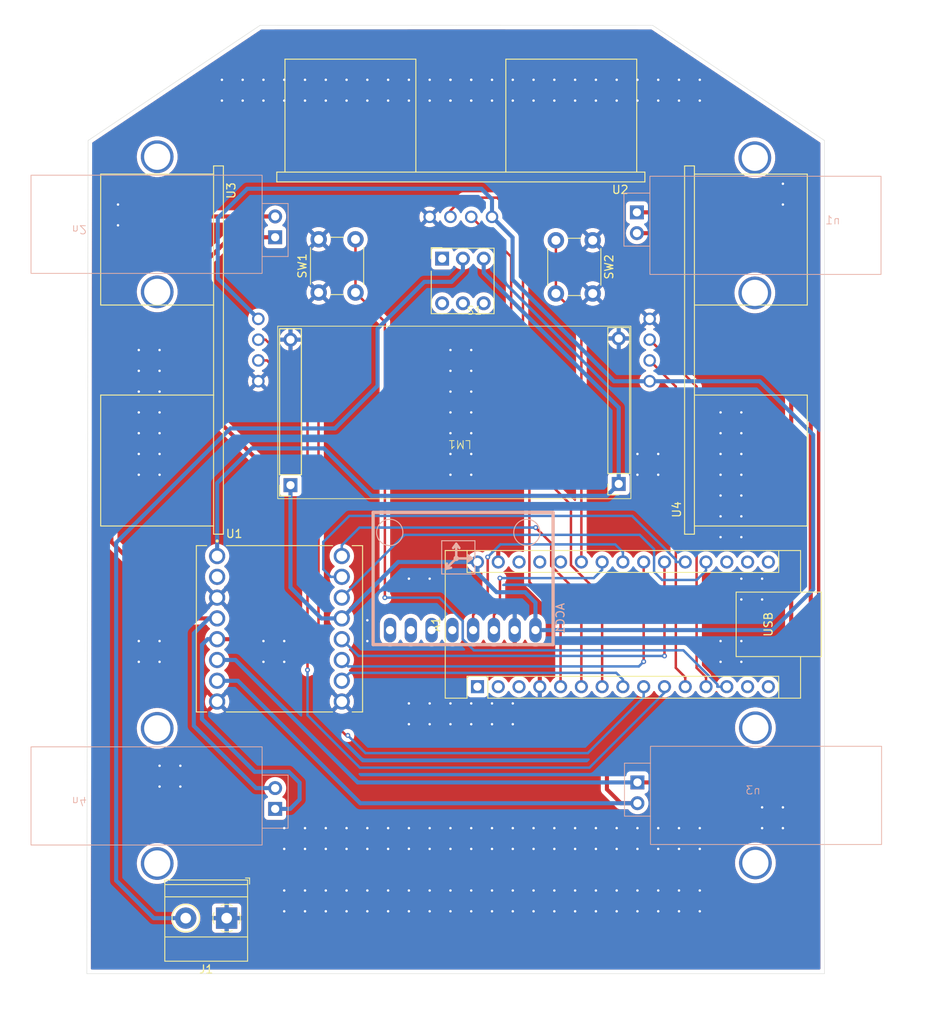
<source format=kicad_pcb>
(kicad_pcb (version 20240108) (generator "pcbnew") (generator_version "8.0")
  (layers (0 "F.Cu" signal) (31 "B.Cu" signal) (34 "B.Paste" user) (35 "F.Paste" user) (36 "B.SilkS" user "B.Silkscreen") (37 "F.SilkS" user "F.Silkscreen") (38 "B.Mask" user) (39 "F.Mask" user) (44 "Edge.Cuts" user))
  (net 0 "")
  (net 17 "GND")
  (net 18 "+5V")
  (net 23 "+12V")
  (net 32 "VDD")
  (net 33 "B02")
  (net 34 "B01")
  (net 35 "A02")
  (net 36 "A01")
  (net 37 "D3")
  (net 38 "SDA")
  (net 39 "SCL")
  (net 40 "D5")
  (net 41 "D8")
  (net 42 "D4")
  (net 43 "D2")
  (net 44 "D7")
  (net 45 "D6")
  (net 46 "D9")
  (net 47 "A6")
  (net 48 "A2")
  (net 49 "A1")
  (net 50 "A3")
  (net 51 "D10")
  (net 52 "A0")
  (footprint "Add_button_memory:SW_6 pins 8.5×8.5MM" (layer "F.Cu") (at 151.444 72.985)
    (property "Reference" "S1")
    (property "Value" "TL2230OAF140")
  )
  (footprint "Button_Switch_THT:SW_PUSH_6mm_H9.5mm" (layer "F.Cu") (at 133.75 74.25 90)
    (property "Reference" "SW1")
    (property "Value" "SW_Push")
  )
  (footprint "HC-SR04:XCVR_HC-SR04" (layer "F.Cu") (at 174.2122 81.28 90)
    (property "Reference" "U4")
    (property "Value" "HC-SR04")
  )
  (footprint "Button_Switch_THT:SW_PUSH_6mm_H9.5mm" (layer "F.Cu") (at 167.25 67.87 -90)
    (property "Reference" "SW2")
    (property "Value" "SW_Push")
  )
  (footprint "Module:Arduino_Nano" (layer "F.Cu") (at 153.162 122.418 90)
    (property "Reference" "A1")
    (property "Value" "Arduino_Nano_Every")
  )
  (footprint "HC-SR04:XCVR_HC-SR04" (layer "F.Cu") (at 151.13 65.005 180)
    (property "Reference" "U2")
    (property "Value" "HC-SR04")
  )
  (footprint "tb6612:MODULE_ROB-14450" (layer "F.Cu") (at 128.9558 115.3414)
    (property "Reference" "U1")
    (property "Value" "ROB-14450")
  )
  (footprint "HC-SR04:XCVR_HC-SR04" (layer "F.Cu") (at 126.3714 81.28 -90)
    (property "Reference" "U3")
    (property "Value" "HC-SR04")
  )
  (footprint "TerminalBlock_Phoenix:TerminalBlock_Phoenix_MKDS-1,5-2_1x02_P5.00mm_Horizontal" (layer "F.Cu") (at 122.5 150.695 180)
    (property "Reference" "J1")
    (property "Value" "Screw_Terminal_01x02")
  )
  (footprint "Library:Lm2596" (layer "F.Cu") (at 151 92.301 180)
    (property "Reference" "LM1")
    (property "Value" "~")
  )
  (footprint "Library:n20" (layer "B.Cu") (at 104.487 66.04)
    (property "Reference" "n2")
    (property "Value" "~")
  )
  (footprint "Library:n20" (layer "B.Cu") (at 196.663 135.569 180)
    (property "Reference" "n3")
    (property "Value" "~")
  )
  (footprint "Library:n20" (layer "B.Cu") (at 196.596 65.913 180)
    (property "Reference" "n1")
    (property "Value" "~")
  )
  (footprint "Library:n20" (layer "B.Cu") (at 104.487 135.89)
    (property "Reference" "n4")
    (property "Value" "~")
  )
  (footprint "GY-521:GY-521" (layer "B.Cu") (at 140.4074 117.2716 90)
    (property "Reference" "ACC1")
    (property "Value" "GY-521")
  )
  (gr_line (start 174.579999 41.605445) (end 195.58 55.6768) (stroke (width 0.05)) (layer "Edge.Cuts"))
  (gr_line (start 105.406629 157.479942) (end 195.58 157.480058) (stroke (width 0.05)) (layer "Edge.Cuts"))
  (gr_line (start 195.58 55.6768) (end 195.58 157.480058) (stroke (width 0.05)) (layer "Edge.Cuts"))
  (gr_line (start 150.58 41.6) (end 174.579999 41.605445) (stroke (width 0.05)) (layer "Edge.Cuts"))
  (gr_line (start 105.5624 55.6768) (end 105.406629 157.479942) (stroke (width 0.05)) (layer "Edge.Cuts"))
  (gr_line (start 126.580001 41.605445) (end 105.5624 55.6768) (stroke (width 0.05)) (layer "Edge.Cuts"))
  (gr_line (start 150.58 41.6) (end 126.580001 41.605445) (stroke (width 0.05)) (layer "Edge.Cuts"))
  (segment (start 130.305 80.011) (end 130.305 78.8093) (width 0.3) (layer "F.Cu") (net 17))
  (via (at 152.4 149.86) (size 0.6) (drill 0.3) (layers "F.Cu" "B.Cu") (net 17))
  (via (at 170.18 142.24) (size 0.6) (drill 0.3) (layers "F.Cu" "B.Cu") (net 17))
  (via (at 177.8 50.8) (size 0.6) (drill 0.3) (layers "F.Cu" "B.Cu") (net 17))
  (via (at 142.24 50.8) (size 0.6) (drill 0.3) (layers "F.Cu" "B.Cu") (net 17))
  (via (at 144.78 124.46) (size 0.6) (drill 0.3) (layers "F.Cu" "B.Cu") (net 17))
  (via (at 185.42 91.44) (size 0.6) (drill 0.3) (layers "F.Cu" "B.Cu") (net 17))
  (via (at 144.78 127) (size 0.6) (drill 0.3) (layers "F.Cu" "B.Cu") (net 17))
  (via (at 185.42 93.98) (size 0.6) (drill 0.3) (layers "F.Cu" "B.Cu") (net 17))
  (via (at 167.64 147.32) (size 0.6) (drill 0.3) (layers "F.Cu" "B.Cu") (net 17))
  (via (at 127 50.8) (size 0.6) (drill 0.3) (layers "F.Cu" "B.Cu") (net 17))
  (via (at 114.3 116.84) (size 0.6) (drill 0.3) (layers "F.Cu" "B.Cu") (net 17))
  (via (at 182.88 88.9) (size 0.6) (drill 0.3) (layers "F.Cu" "B.Cu") (net 17))
  (via (at 177.8 147.32) (size 0.6) (drill 0.3) (layers "F.Cu" "B.Cu") (net 17))
  (via (at 177.8 142.24) (size 0.6) (drill 0.3) (layers "F.Cu" "B.Cu") (net 17))
  (via (at 114.3 86.36) (size 0.6) (drill 0.3) (layers "F.Cu" "B.Cu") (net 17))
  (via (at 121.92 48.26) (size 0.6) (drill 0.3) (layers "F.Cu" "B.Cu") (net 17))
  (via (at 114.3 88.9) (size 0.6) (drill 0.3) (layers "F.Cu" "B.Cu") (net 17))
  (via (at 149.86 88.9) (size 0.6) (drill 0.3) (layers "F.Cu" "B.Cu") (net 17))
  (via (at 111.76 119.38) (size 0.6) (drill 0.3) (layers "F.Cu" "B.Cu") (net 17))
  (via (at 152.4 50.8) (size 0.6) (drill 0.3) (layers "F.Cu" "B.Cu") (net 17))
  (via (at 111.76 83.82) (size 0.6) (drill 0.3) (layers "F.Cu" "B.Cu") (net 17))
  (via (at 154.94 139.7) (size 0.6) (drill 0.3) (layers "F.Cu" "B.Cu") (net 17))
  (via (at 175.26 96.52) (size 0.6) (drill 0.3) (layers "F.Cu" "B.Cu") (net 17))
  (via (at 147.32 147.32) (size 0.6) (drill 0.3) (layers "F.Cu" "B.Cu") (net 17))
  (via (at 175.26 149.86) (size 0.6) (drill 0.3) (layers "F.Cu" "B.Cu") (net 17))
  (via (at 157.48 147.32) (size 0.6) (drill 0.3) (layers "F.Cu" "B.Cu") (net 17))
  (via (at 157.48 127) (size 0.6) (drill 0.3) (layers "F.Cu" "B.Cu") (net 17))
  (via (at 121.92 50.8) (size 0.6) (drill 0.3) (layers "F.Cu" "B.Cu") (net 17))
  (via (at 139.7 48.26) (size 0.6) (drill 0.3) (layers "F.Cu" "B.Cu") (net 17))
  (via (at 139.7 114.3) (size 0.6) (drill 0.3) (layers "F.Cu" "B.Cu") (net 17))
  (via (at 185.42 99.06) (size 0.6) (drill 0.3) (layers "F.Cu" "B.Cu") (net 17))
  (via (at 165.1 142.24) (size 0.6) (drill 0.3) (layers "F.Cu" "B.Cu") (net 17))
  (via (at 114.3 81.28) (size 0.6) (drill 0.3) (layers "F.Cu" "B.Cu") (net 17))
  (via (at 132.08 142.24) (size 0.6) (drill 0.3) (layers "F.Cu" "B.Cu") (net 17))
  (via (at 187.96 139.7) (size 0.6) (drill 0.3) (layers "F.Cu" "B.Cu") (net 17))
  (via (at 180.34 139.7) (size 0.6) (drill 0.3) (layers "F.Cu" "B.Cu") (net 17))
  (via (at 139.7 116.84) (size 0.6) (drill 0.3) (layers "F.Cu" "B.Cu") (net 17))
  (via (at 160.02 50.8) (size 0.6) (drill 0.3) (layers "F.Cu" "B.Cu") (net 17))
  (via (at 137.16 50.8) (size 0.6) (drill 0.3) (layers "F.Cu" "B.Cu") (net 17))
  (via (at 116.84 132.08) (size 0.6) (drill 0.3) (layers "F.Cu" "B.Cu") (net 17))
  (via (at 129.54 48.26) (size 0.6) (drill 0.3) (layers "F.Cu" "B.Cu") (net 17))
  (via (at 167.64 149.86) (size 0.6) (drill 0.3) (layers "F.Cu" "B.Cu") (net 17))
  (via (at 187.96 111.76) (size 0.6) (drill 0.3) (layers "F.Cu" "B.Cu") (net 17))
  (via (at 147.32 142.24) (size 0.6) (drill 0.3) (layers "F.Cu" "B.Cu") (net 17))
  (via (at 152.4 142.24) (size 0.6) (drill 0.3) (layers "F.Cu" "B.Cu") (net 17))
  (via (at 147.32 127) (size 0.6) (drill 0.3) (layers "F.Cu" "B.Cu") (net 17))
  (via (at 154.94 50.8) (size 0.6) (drill 0.3) (layers "F.Cu" "B.Cu") (net 17))
  (via (at 165.1 50.8) (size 0.6) (drill 0.3) (layers "F.Cu" "B.Cu") (net 17))
  (via (at 132.08 139.7) (size 0.6) (drill 0.3) (layers "F.Cu" "B.Cu") (net 17))
  (via (at 134.62 142.24) (size 0.6) (drill 0.3) (layers "F.Cu" "B.Cu") (net 17))
  (via (at 129.54 142.24) (size 0.6) (drill 0.3) (layers "F.Cu" "B.Cu") (net 17))
  (via (at 154.94 149.86) (size 0.6) (drill 0.3) (layers "F.Cu" "B.Cu") (net 17))
  (via (at 139.7 147.32) (size 0.6) (drill 0.3) (layers "F.Cu" "B.Cu") (net 17))
  (via (at 152.4 127) (size 0.6) (drill 0.3) (layers "F.Cu" "B.Cu") (net 17))
  (via (at 180.34 142.24) (size 0.6) (drill 0.3) (layers "F.Cu" "B.Cu") (net 17))
  (via (at 147.32 124.46) (size 0.6) (drill 0.3) (layers "F.Cu" "B.Cu") (net 17))
  (via (at 149.86 86.36) (size 0.6) (drill 0.3) (layers "F.Cu" "B.Cu") (net 17))
  (via (at 185.42 88.9) (size 0.6) (drill 0.3) (layers "F.Cu" "B.Cu") (net 17))
  (via (at 124.46 50.8) (size 0.6) (drill 0.3) (layers "F.Cu" "B.Cu") (net 17))
  (via (at 175.26 147.32) (size 0.6) (drill 0.3) (layers "F.Cu" "B.Cu") (net 17))
  (via (at 175.26 50.8) (size 0.6) (drill 0.3) (layers "F.Cu" "B.Cu") (net 17))
  (via (at 162.56 48.26) (size 0.6) (drill 0.3) (layers "F.Cu" "B.Cu") (net 17))
  (via (at 160.02 48.26) (size 0.6) (drill 0.3) (layers "F.Cu" "B.Cu") (net 17))
  (via (at 129.54 149.86) (size 0.6) (drill 0.3) (layers "F.Cu" "B.Cu") (net 17))
  (via (at 172.72 96.52) (size 0.6) (drill 0.3) (layers "F.Cu" "B.Cu") (net 17))
  (via (at 182.88 119.38) (size 0.6) (drill 0.3) (layers "F.Cu" "B.Cu") (net 17))
  (via (at 147.32 149.86) (size 0.6) (drill 0.3) (layers "F.Cu" "B.Cu") (net 17))
  (via (at 149.86 147.32) (size 0.6) (drill 0.3) (layers "F.Cu" "B.Cu") (net 17))
  (via (at 137.16 149.86) (size 0.6) (drill 0.3) (layers "F.Cu" "B.Cu") (net 17))
  (via (at 154.94 124.46) (size 0.6) (drill 0.3) (layers "F.Cu" "B.Cu") (net 17))
  (via (at 129.54 147.32) (size 0.6) (drill 0.3) (layers "F.Cu" "B.Cu") (net 17))
  (via (at 160.02 149.86) (size 0.6) (drill 0.3) (layers "F.Cu" "B.Cu") (net 17))
  (via (at 160.02 147.32) (size 0.6) (drill 0.3) (layers "F.Cu" "B.Cu") (net 17))
  (via (at 165.1 149.86) (size 0.6) (drill 0.3) (layers "F.Cu" "B.Cu") (net 17))
  (via (at 116.84 134.62) (size 0.6) (drill 0.3) (layers "F.Cu" "B.Cu") (net 17))
  (via (at 154.94 147.32) (size 0.6) (drill 0.3) (layers "F.Cu" "B.Cu") (net 17))
  (via (at 149.86 50.8) (size 0.6) (drill 0.3) (layers "F.Cu" "B.Cu") (net 17))
  (via (at 144.78 109.22) (size 0.6) (drill 0.3) (layers "F.Cu" "B.Cu") (net 17))
  (via (at 114.3 83.82) (size 0.6) (drill 0.3) (layers "F.Cu" "B.Cu") (net 17))
  (via (at 170.18 149.86) (size 0.6) (drill 0.3) (layers "F.Cu" "B.Cu") (net 17))
  (via (at 162.56 147.32) (size 0.6) (drill 0.3) (layers "F.Cu" "B.Cu") (net 17))
  (via (at 132.08 50.8) (size 0.6) (drill 0.3) (layers "F.Cu" "B.Cu") (net 17))
  (via (at 157.48 139.7) (size 0.6) (drill 0.3) (layers "F.Cu" "B.Cu") (net 17))
  (via (at 157.48 124.46) (size 0.6) (drill 0.3) (layers "F.Cu" "B.Cu") (net 17))
  (via (at 185.42 111.76) (size 0.6) (drill 0.3) (layers "F.Cu" "B.Cu") (net 17))
  (via (at 132.08 149.86) (size 0.6) (drill 0.3) (layers "F.Cu" "B.Cu") (net 17))
  (via (at 134.62 147.32) (size 0.6) (drill 0.3) (layers "F.Cu" "B.Cu") (net 17))
  (via (at 134.62 48.26) (size 0.6) (drill 0.3) (layers "F.Cu" "B.Cu") (net 17))
  (via (at 185.42 104.14) (size 0.6) (drill 0.3) (layers "F.Cu" "B.Cu") (net 17))
  (via (at 142.24 142.24) (size 0.6) (drill 0.3) (layers "F.Cu" "B.Cu") (net 17))
  (via (at 152.4 48.26) (size 0.6) (drill 0.3) (layers "F.Cu" "B.Cu") (net 17))
  (via (at 149.86 81.28) (size 0.6) (drill 0.3) (layers "F.Cu" "B.Cu") (net 17))
  (via (at 175.26 139.7) (size 0.6) (drill 0.3) (layers "F.Cu" "B.Cu") (net 17))
  (via (at 160.02 142.24) (size 0.6) (drill 0.3) (layers "F.Cu" "B.Cu") (net 17))
  (via (at 111.76 93.98) (size 0.6) (drill 0.3) (layers "F.Cu" "B.Cu") (net 17))
  (via (at 167.64 50.8) (size 0.6) (drill 0.3) (layers "F.Cu" "B.Cu") (net 17))
  (via (at 137.16 142.24) (size 0.6) (drill 0.3) (layers "F.Cu" "B.Cu") (net 17))
  (via (at 162.56 149.86) (size 0.6) (drill 0.3) (layers "F.Cu" "B.Cu") (net 17))
  (via (at 134.62 139.7) (size 0.6) (drill 0.3) (layers "F.Cu" "B.Cu") (net 17))
  (via (at 182.88 104.14) (size 0.6) (drill 0.3) (layers "F.Cu" "B.Cu") (net 17))
  (via (at 129.54 139.7) (size 0.6) (drill 0.3) (layers "F.Cu" "B.Cu") (net 17))
  (via (at 129.54 116.84) (size 0.6) (drill 0.3) (layers "F.Cu" "B.Cu") (net 17))
  (via (at 111.76 81.28) (size 0.6) (drill 0.3) (layers "F.Cu" "B.Cu") (net 17))
  (via (at 170.18 48.26) (size 0.6) (drill 0.3) (layers "F.Cu" "B.Cu") (net 17))
  (via (at 149.86 96.52) (size 0.6) (drill 0.3) (layers "F.Cu" "B.Cu") (net 17))
  (via (at 114.3 91.44) (size 0.6) (drill 0.3) (layers "F.Cu" "B.Cu") (net 17))
  (via (at 149.86 83.82) (size 0.6) (drill 0.3) (layers "F.Cu" "B.Cu") (net 17))
  (via (at 154.94 48.26) (size 0.6) (drill 0.3) (layers "F.Cu" "B.Cu") (net 17))
  (via (at 111.76 86.36) (size 0.6) (drill 0.3) (layers "F.Cu" "B.Cu") (net 17))
  (via (at 152.4 88.9) (size 0.6) (drill 0.3) (layers "F.Cu" "B.Cu") (net 17))
  (via (at 180.34 50.8) (size 0.6) (drill 0.3) (layers "F.Cu" "B.Cu") (net 17))
  (via (at 182.88 101.6) (size 0.6) (drill 0.3) (layers "F.Cu" "B.Cu") (net 17))
  (via (at 144.78 147.32) (size 0.6) (drill 0.3) (layers "F.Cu" "B.Cu") (net 17))
  (via (at 129.54 50.8) (size 0.6) (drill 0.3) (layers "F.Cu" "B.Cu") (net 17))
  (via (at 175.26 48.26) (size 0.6) (drill 0.3) (layers "F.Cu" "B.Cu") (net 17))
  (via (at 152.4 93.98) (size 0.6) (drill 0.3) (layers "F.Cu" "B.Cu") (net 17))
  (via (at 127 119.38) (size 0.6) (drill 0.3) (layers "F.Cu" "B.Cu") (net 17))
  (via (at 109.22 63.5) (size 0.6) (drill 0.3) (layers "F.Cu" "B.Cu") (net 17))
  (via (at 157.48 142.24) (size 0.6) (drill 0.3) (layers "F.Cu" "B.Cu") (net 17))
  (via (at 172.72 48.26) (size 0.6) (drill 0.3) (layers "F.Cu" "B.Cu") (net 17))
  (via (at 149.86 142.24) (size 0.6) (drill 0.3) (layers "F.Cu" "B.Cu") (net 17))
  (via (at 137.16 139.7) (size 0.6) (drill 0.3) (layers "F.Cu" "B.Cu") (net 17))
  (via (at 172.72 50.8) (size 0.6) (drill 0.3) (layers "F.Cu" "B.Cu") (net 17))
  (via (at 137.16 48.26) (size 0.6) (drill 0.3) (layers "F.Cu" "B.Cu") (net 17))
  (via (at 157.48 149.86) (size 0.6) (drill 0.3) (layers "F.Cu" "B.Cu") (net 17))
  (via (at 167.64 139.7) (size 0.6) (drill 0.3) (layers "F.Cu" "B.Cu") (net 17))
  (via (at 185.42 109.22) (size 0.6) (drill 0.3) (layers "F.Cu" "B.Cu") (net 17))
  (via (at 114.3 132.08) (size 0.6) (drill 0.3) (layers "F.Cu" "B.Cu") (net 17))
  (via (at 180.34 48.26) (size 0.6) (drill 0.3) (layers "F.Cu" "B.Cu") (net 17))
  (via (at 152.4 48.26) (size 0.6) (drill 0.3) (layers "F.Cu" "B.Cu") (net 17))
  (via (at 154.94 127) (size 0.6) (drill 0.3) (layers "F.Cu" "B.Cu") (net 17))
  (via (at 137.16 147.32) (size 0.6) (drill 0.3) (layers "F.Cu" "B.Cu") (net 17))
  (via (at 182.88 93.98) (size 0.6) (drill 0.3) (layers "F.Cu" "B.Cu") (net 17))
  (via (at 190.5 139.7) (size 0.6) (drill 0.3) (layers "F.Cu" "B.Cu") (net 17))
  (via (at 111.76 88.9) (size 0.6) (drill 0.3) (layers "F.Cu" "B.Cu") (net 17))
  (via (at 114.3 93.98) (size 0.6) (drill 0.3) (layers "F.Cu" "B.Cu") (net 17))
  (via (at 142.24 48.26) (size 0.6) (drill 0.3) (layers "F.Cu" "B.Cu") (net 17))
  (via (at 111.76 116.84) (size 0.6) (drill 0.3) (layers "F.Cu" "B.Cu") (net 17))
  (via (at 172.72 142.24) (size 0.6) (drill 0.3) (layers "F.Cu" "B.Cu") (net 17))
  (via (at 157.48 50.8) (size 0.6) (drill 0.3) (layers "F.Cu" "B.Cu") (net 17))
  (via (at 190.5 60.96) (size 0.6) (drill 0.3) (layers "F.Cu" "B.Cu") (net 17))
  (via (at 129.54 119.38) (size 0.6) (drill 0.3) (layers "F.Cu" "B.Cu") (net 17))
  (via (at 190.5 137.16) (size 0.6) (drill 0.3) (layers "F.Cu" "B.Cu") (net 17))
  (via (at 182.88 96.52) (size 0.6) (drill 0.3) (layers "F.Cu" "B.Cu") (net 17))
  (via (at 175.26 93.98) (size 0.6) (drill 0.3) (layers "F.Cu" "B.Cu") (net 17))
  (via (at 152.4 50.8) (size 0.6) (drill 0.3) (layers "F.Cu" "B.Cu") (net 17))
  (via (at 132.08 147.32) (size 0.6) (drill 0.3) (layers "F.Cu" "B.Cu") (net 17))
  (via (at 114.3 119.38) (size 0.6) (drill 0.3) (layers "F.Cu" "B.Cu") (net 17))
  (via (at 152.4 91.44) (size 0.6) (drill 0.3) (layers "F.Cu" "B.Cu") (net 17))
  (via (at 185.42 116.84) (size 0.6) (drill 0.3) (layers "F.Cu" "B.Cu") (net 17))
  (via (at 124.46 48.26) (size 0.6) (drill 0.3) (layers "F.Cu" "B.Cu") (net 17))
  (via (at 190.5 63.5) (size 0.6) (drill 0.3) (layers "F.Cu" "B.Cu") (net 17))
  (via (at 134.62 50.8) (size 0.6) (drill 0.3) (layers "F.Cu" "B.Cu") (net 17))
  (via (at 139.7 142.24) (size 0.6) (drill 0.3) (layers "F.Cu" "B.Cu") (net 17))
  (via (at 182.88 99.06) (size 0.6) (drill 0.3) (layers "F.Cu" "B.Cu") (net 17))
  (via (at 177.8 149.86) (size 0.6) (drill 0.3) (layers "F.Cu" "B.Cu") (net 17))
  (via (at 185.42 96.52) (size 0.6) (drill 0.3) (layers "F.Cu" "B.Cu") (net 17))
  (via (at 152.4 83.82) (size 0.6) (drill 0.3) (layers "F.Cu" "B.Cu") (net 17))
  (via (at 162.56 142.24) (size 0.6) (drill 0.3) (layers "F.Cu" "B.Cu") (net 17))
  (via (at 167.64 48.26) (size 0.6) (drill 0.3) (layers "F.Cu" "B.Cu") (net 17))
  (via (at 185.42 119.38) (size 0.6) (drill 0.3) (layers "F.Cu" "B.Cu") (net 17))
  (via (at 111.76 91.44) (size 0.6) (drill 0.3) (layers "F.Cu" "B.Cu") (net 17))
  (via (at 144.78 139.7) (size 0.6) (drill 0.3) (layers "F.Cu" "B.Cu") (net 17))
  (via (at 139.7 50.8) (size 0.6) (drill 0.3) (layers "F.Cu" "B.Cu") (net 17))
  (via (at 170.18 50.8) (size 0.6) (drill 0.3) (layers "F.Cu" "B.Cu") (net 17))
  (via (at 180.34 149.86) (size 0.6) (drill 0.3) (layers "F.Cu" "B.Cu") (net 17))
  (via (at 147.32 139.7) (size 0.6) (drill 0.3) (layers "F.Cu" "B.Cu") (net 17))
  (via (at 177.8 139.7) (size 0.6) (drill 0.3) (layers "F.Cu" "B.Cu") (net 17))
  (via (at 142.24 139.7) (size 0.6) (drill 0.3) (layers "F.Cu" "B.Cu") (net 17))
  (via (at 142.24 149.86) (size 0.6) (drill 0.3) (layers "F.Cu" "B.Cu") (net 17))
  (via (at 142.24 147.32) (size 0.6) (drill 0.3) (layers "F.Cu" "B.Cu") (net 17))
  (via (at 152.4 81.28) (size 0.6) (drill 0.3) (layers "F.Cu" "B.Cu") (net 17))
  (via (at 149.86 48.26) (size 0.6) (drill 0.3) (layers "F.Cu" "B.Cu") (net 17))
  (via (at 111.76 96.52) (size 0.6) (drill 0.3) (layers "F.Cu" "B.Cu") (net 17))
  (via (at 177.8 48.26) (size 0.6) (drill 0.3) (layers "F.Cu" "B.Cu") (net 17))
  (via (at 182.88 91.44) (size 0.6) (drill 0.3) (layers "F.Cu" "B.Cu") (net 17))
  (via (at 139.7 149.86) (size 0.6) (drill 0.3) (layers "F.Cu" "B.Cu") (net 17))
  (via (at 165.1 139.7) (size 0.6) (drill 0.3) (layers "F.Cu" "B.Cu") (net 17))
  (via (at 134.62 149.86) (size 0.6) (drill 0.3) (layers "F.Cu" "B.Cu") (net 17))
  (via (at 154.94 142.24) (size 0.6) (drill 0.3) (layers "F.Cu" "B.Cu") (net 17))
  (via (at 149.86 48.26) (size 0.6) (drill 0.3) (layers "F.Cu" "B.Cu") (net 17))
  (via (at 175.26 142.24) (size 0.6) (drill 0.3) (layers "F.Cu" "B.Cu") (net 17))
  (via (at 172.72 147.32) (size 0.6) (drill 0.3) (layers "F.Cu" "B.Cu") (net 17))
  (via (at 167.64 142.24) (size 0.6) (drill 0.3) (layers "F.Cu" "B.Cu") (net 17))
  (via (at 127 116.84) (size 0.6) (drill 0.3) (layers "F.Cu" "B.Cu") (net 17))
  (via (at 152.4 139.7) (size 0.6) (drill 0.3) (layers "F.Cu" "B.Cu") (net 17))
  (via (at 149.86 93.98) (size 0.6) (drill 0.3) (layers "F.Cu" "B.Cu") (net 17))
  (via (at 172.72 149.86) (size 0.6) (drill 0.3) (layers "F.Cu" "B.Cu") (net 17))
  (via (at 144.78 50.8) (size 0.6) (drill 0.3) (layers "F.Cu" "B.Cu") (net 17))
  (via (at 160.02 139.7) (size 0.6) (drill 0.3) (layers "F.Cu" "B.Cu") (net 17))
  (via (at 162.56 139.7) (size 0.6) (drill 0.3) (layers "F.Cu" "B.Cu") (net 17))
  (via (at 147.32 48.26) (size 0.6) (drill 0.3) (layers "F.Cu" "B.Cu") (net 17))
  (via (at 109.22 66.04) (size 0.6) (drill 0.3) (layers "F.Cu" "B.Cu") (net 17))
  (via (at 147.32 109.22) (size 0.6) (drill 0.3) (layers "F.Cu" "B.Cu") (net 17))
  (via (at 149.86 124.46) (size 0.6) (drill 0.3) (layers "F.Cu" "B.Cu") (net 17))
  (via (at 152.4 86.36) (size 0.6) (drill 0.3) (layers "F.Cu" "B.Cu") (net 17))
  (via (at 139.7 139.7) (size 0.6) (drill 0.3) (layers "F.Cu" "B.Cu") (net 17))
  (via (at 170.18 139.7) (size 0.6) (drill 0.3) (layers "F.Cu" "B.Cu") (net 17))
  (via (at 180.34 147.32) (size 0.6) (drill 0.3) (layers "F.Cu" "B.Cu") (net 17))
  (via (at 149.86 139.7) (size 0.6) (drill 0.3) (layers "F.Cu" "B.Cu") (net 17))
  (via (at 185.42 101.6) (size 0.6) (drill 0.3) (layers "F.Cu" "B.Cu") (net 17))
  (via (at 172.72 93.98) (size 0.6) (drill 0.3) (layers "F.Cu" "B.Cu") (net 17))
  (via (at 170.18 147.32) (size 0.6) (drill 0.3) (layers "F.Cu" "B.Cu") (net 17))
  (via (at 144.78 149.86) (size 0.6) (drill 0.3) (layers "F.Cu" "B.Cu") (net 17))
  (via (at 152.4 96.52) (size 0.6) (drill 0.3) (layers "F.Cu" "B.Cu") (net 17))
  (via (at 152.4 124.46) (size 0.6) (drill 0.3) (layers "F.Cu" "B.Cu") (net 17))
  (via (at 187.96 109.22) (size 0.6) (drill 0.3) (layers "F.Cu" "B.Cu") (net 17))
  (via (at 162.56 50.8) (size 0.6) (drill 0.3) (layers "F.Cu" "B.Cu") (net 17))
  (via (at 152.4 147.32) (size 0.6) (drill 0.3) (layers "F.Cu" "B.Cu") (net 17))
  (via (at 149.86 50.8) (size 0.6) (drill 0.3) (layers "F.Cu" "B.Cu") (net 17))
  (via (at 114.3 96.52) (size 0.6) (drill 0.3) (layers "F.Cu" "B.Cu") (net 17))
  (via (at 149.86 149.86) (size 0.6) (drill 0.3) (layers "F.Cu" "B.Cu") (net 17))
  (via (at 144.78 48.26) (size 0.6) (drill 0.3) (layers "F.Cu" "B.Cu") (net 17))
  (via (at 149.86 127) (size 0.6) (drill 0.3) (layers "F.Cu" "B.Cu") (net 17))
  (via (at 165.1 147.32) (size 0.6) (drill 0.3) (layers "F.Cu" "B.Cu") (net 17))
  (via (at 132.08 48.26) (size 0.6) (drill 0.3) (layers "F.Cu" "B.Cu") (net 17))
  (via (at 147.32 50.8) (size 0.6) (drill 0.3) (layers "F.Cu" "B.Cu") (net 17))
  (via (at 165.1 48.26) (size 0.6) (drill 0.3) (layers "F.Cu" "B.Cu") (net 17))
  (via (at 127 48.26) (size 0.6) (drill 0.3) (layers "F.Cu" "B.Cu") (net 17))
  (via (at 149.86 91.44) (size 0.6) (drill 0.3) (layers "F.Cu" "B.Cu") (net 17))
  (via (at 187.96 137.16) (size 0.6) (drill 0.3) (layers "F.Cu" "B.Cu") (net 17))
  (via (at 182.88 116.84) (size 0.6) (drill 0.3) (layers "F.Cu" "B.Cu") (net 17))
  (via (at 144.78 142.24) (size 0.6) (drill 0.3) (layers "F.Cu" "B.Cu") (net 17))
  (via (at 157.48 48.26) (size 0.6) (drill 0.3) (layers "F.Cu" "B.Cu") (net 17))
  (via (at 114.3 134.62) (size 0.6) (drill 0.3) (layers "F.Cu" "B.Cu") (net 17))
  (via (at 172.72 139.7) (size 0.6) (drill 0.3) (layers "F.Cu" "B.Cu") (net 17))
  (segment (start 130.2487 81.2127) (end 130.305 81.2127) (width 0.3) (layer "B.Cu") (net 17))
  (segment (start 174.2122 77.47) (end 174.0227 77.47) (width 0.3) (layer "B.Cu") (net 17))
  (segment (start 153.162 107.178) (end 153.162 108.534) (width 0.5) (layer "B.Cu") (net 18))
  (segment (start 143.469 107.178) (end 153.162 107.178) (width 0.5) (layer "B.Cu") (net 18))
  (segment (start 174.2122 85.09) (end 169.8498 85.09) (width 0.5) (layer "B.Cu") (net 18))
  (segment (start 169.8498 85.09) (end 157.4546 72.6948) (width 0.5) (layer "B.Cu") (net 18))
  (segment (start 136.576 114.071) (end 143.469 107.178) (width 0.5) (layer "B.Cu") (net 18))
  (segment (start 121.412 65.1764) (end 121.412 72.5106) (width 0.5) (layer "B.Cu") (net 18))
  (segment (start 160.2514 113.5184) (end 160.2514 115.5016) (width 0.3) (layer "B.Cu") (net 18))
  (segment (start 134.087 114.071) (end 136.5758 114.071) (width 0.5) (layer "B.Cu") (net 18))
  (segment (start 136.5758 114.0714) (end 136.5758 114.071) (width 0.3) (layer "B.Cu") (net 18))
  (segment (start 154.94 62.865) (end 153.645 61.5696) (width 0.5) (layer "B.Cu") (net 18))
  (segment (start 160.251 113.518) (end 160.251 115.502) (width 0.5) (layer "B.Cu") (net 18))
  (segment (start 157.4546 67.5196) (end 154.94 65.005) (width 0.5) (layer "B.Cu") (net 18))
  (segment (start 157.4546 72.6948) (end 157.4546 67.5196) (width 0.5) (layer "B.Cu") (net 18))
  (segment (start 153.645 61.5696) (end 125.019 61.5696) (width 0.5) (layer "B.Cu") (net 18))
  (segment (start 136.5758 114.071) (end 136.576 114.071) (width 0.5) (layer "B.Cu") (net 18))
  (segment (start 123.8915 74.9903) (end 123.8917 74.9903) (width 0.3) (layer "B.Cu") (net 18))
  (segment (start 123.8917 74.9903) (end 126.3714 77.47) (width 0.3) (layer "B.Cu") (net 18))
  (segment (start 125.019 61.5696) (end 121.412 65.1764) (width 0.5) (layer "B.Cu") (net 18))
  (segment (start 194.208 110.515) (end 194.208 91.6432) (width 0.5) (layer "B.Cu") (net 18))
  (segment (start 187.655 85.09) (end 174.2122 85.09) (width 0.5) (layer "B.Cu") (net 18))
  (segment (start 194.208 91.6432) (end 187.655 85.09) (width 0.5) (layer "B.Cu") (net 18))
  (segment (start 155.499 110.871) (end 158.9786 110.871) (width 0.5) (layer "B.Cu") (net 18))
  (segment (start 160.251 112.1434) (end 160.251 113.518) (width 0.5) (layer "B.Cu") (net 18))
  (segment (start 158.9786 110.871) (end 160.251 112.1434) (width 0.5) (layer "B.Cu") (net 18))
  (segment (start 160.251 113.518) (end 160.2514 113.5184) (width 0.3) (layer "B.Cu") (net 18))
  (segment (start 123.8915 74.9903) (end 126.371 77.47) (width 0.5) (layer "B.Cu") (net 18))
  (segment (start 153.162 108.534) (end 155.499 110.871) (width 0.5) (layer "B.Cu") (net 18))
  (segment (start 160.251 115.502) (end 189.222 115.502) (width 0.5) (layer "B.Cu") (net 18))
  (segment (start 189.222 115.502) (end 194.208 110.515) (width 0.5) (layer "B.Cu") (net 18))
  (segment (start 154.94 65.005) (end 154.94 62.865) (width 0.5) (layer "B.Cu") (net 18))
  (segment (start 130.305 110.29) (end 134.087 114.071) (width 0.5) (layer "B.Cu") (net 18))
  (segment (start 130.305 97.791) (end 130.305 110.29) (width 0.5) (layer "B.Cu") (net 18))
  (segment (start 121.412 72.5106) (end 123.8915 74.9903) (width 0.5) (layer "B.Cu") (net 18))
  (segment (start 125.578 93.2942) (end 121.336 97.536) (width 0.5) (layer "B.Cu") (net 23))
  (segment (start 134.391 93.2942) (end 125.578 93.2942) (width 0.5) (layer "B.Cu") (net 23))
  (segment (start 121.3358 101.9937) (end 121.3358 106.4514) (width 0.3) (layer "B.Cu") (net 23))
  (segment (start 121.336 97.536) (end 121.336 101.9935) (width 0.5) (layer "B.Cu") (net 23))
  (segment (start 170.43 88.3118) (end 170.43 97.641) (width 0.5) (layer "B.Cu") (net 23))
  (segment (start 168.98 99.091) (end 140.188 99.091) (width 0.5) (layer "B.Cu") (net 23))
  (segment (start 153.924 71.8058) (end 170.43 88.3118) (width 0.5) (layer "B.Cu") (net 23))
  (segment (start 121.336 101.9935) (end 121.336 106.451) (width 0.5) (layer "B.Cu") (net 23))
  (segment (start 140.188 99.091) (end 134.391 93.2942) (width 0.5) (layer "B.Cu") (net 23))
  (segment (start 170.43 97.641) (end 168.98 99.091) (width 0.5) (layer "B.Cu") (net 23))
  (segment (start 153.924 70.104) (end 153.924 71.8058) (width 0.5) (layer "B.Cu") (net 23))
  (segment (start 121.336 101.9935) (end 121.3358 101.9937) (width 0.3) (layer "B.Cu") (net 23))
  (segment (start 113.5856 150.695) (end 117.5 150.695) (width 0.5) (layer "B.Cu") (net 32))
  (segment (start 122.9614 90.8558) (end 108.9914 104.8258) (width 0.5) (layer "B.Cu") (net 32))
  (segment (start 108.9914 104.8258) (end 108.9914 146.1008) (width 0.5) (layer "B.Cu") (net 32))
  (segment (start 151.384 71.5518) (end 149.987 72.9488) (width 0.5) (layer "B.Cu") (net 32))
  (segment (start 135.738 90.8558) (end 122.9614 90.8558) (width 0.5) (layer "B.Cu") (net 32))
  (segment (start 146.6596 72.9488) (end 140.945 78.6634) (width 0.5) (layer "B.Cu") (net 32))
  (segment (start 151.384 70.104) (end 151.384 71.5518) (width 0.5) (layer "B.Cu") (net 32))
  (segment (start 140.945 78.6634) (end 140.945 85.6488) (width 0.5) (layer "B.Cu") (net 32))
  (segment (start 108.9914 146.1008) (end 113.5856 150.695) (width 0.5) (layer "B.Cu") (net 32))
  (segment (start 149.987 72.9488) (end 146.6596 72.9488) (width 0.5) (layer "B.Cu") (net 32))
  (segment (start 140.945 85.6488) (end 135.738 90.8558) (width 0.5) (layer "B.Cu") (net 32))
  (segment (start 172.72 134.112) (end 189.255 134.112) (width 0.5) (layer "F.Cu") (net 33))
  (segment (start 189.255 134.112) (end 193.904 129.464) (width 0.5) (layer "F.Cu") (net 33))
  (segment (start 189.094 64.456) (end 172.653 64.456) (width 0.5) (layer "F.Cu") (net 33))
  (segment (start 193.904 129.464) (end 193.904 69.2658) (width 0.5) (layer "F.Cu") (net 33))
  (segment (start 193.904 69.2658) (end 189.094 64.456) (width 0.5) (layer "F.Cu") (net 33))
  (segment (start 121.3362 119.151) (end 121.3358 119.1514) (width 0.3) (layer "B.Cu") (net 33))
  (segment (start 121.3362 119.151) (end 123.5706 119.151) (width 0.5) (layer "B.Cu") (net 33))
  (segment (start 121.336 119.151) (end 121.3362 119.151) (width 0.5) (layer "B.Cu") (net 33))
  (segment (start 138.5316 134.112) (end 172.72 134.112) (width 0.5) (layer "B.Cu") (net 33))
  (segment (start 123.5706 119.151) (end 138.5316 134.112) (width 0.5) (layer "B.Cu") (net 33))
  (segment (start 188.408 66.996) (end 191.516 70.104) (width 0.5) (layer "F.Cu") (net 34))
  (segment (start 168.986 133.147) (end 168.986 134.95) (width 0.5) (layer "F.Cu") (net 34))
  (segment (start 191.516 70.104) (end 191.516 129.184) (width 0.5) (layer "F.Cu") (net 34))
  (segment (start 191.516 129.184) (end 188.925 131.775) (width 0.5) (layer "F.Cu") (net 34))
  (segment (start 188.925 131.775) (end 170.358 131.775) (width 0.5) (layer "F.Cu") (net 34))
  (segment (start 168.986 134.95) (end 170.688 136.652) (width 0.5) (layer "F.Cu") (net 34))
  (segment (start 170.688 136.652) (end 172.72 136.652) (width 0.5) (layer "F.Cu") (net 34))
  (segment (start 170.358 131.775) (end 168.986 133.147) (width 0.5) (layer "F.Cu") (net 34))
  (segment (start 172.653 66.996) (end 188.408 66.996) (width 0.5) (layer "F.Cu") (net 34))
  (segment (start 121.336 121.691) (end 121.3362 121.691) (width 0.5) (layer "B.Cu") (net 34))
  (segment (start 123.876 121.691) (end 138.836 136.652) (width 0.5) (layer "B.Cu") (net 34))
  (segment (start 138.836 136.652) (end 172.72 136.652) (width 0.5) (layer "B.Cu") (net 34))
  (segment (start 121.3362 121.691) (end 121.3358 121.6914) (width 0.3) (layer "B.Cu") (net 34))
  (segment (start 121.3362 121.691) (end 123.876 121.691) (width 0.5) (layer "B.Cu") (net 34))
  (segment (start 120.193 88.646) (end 120.193 70.231) (width 0.5) (layer "F.Cu") (net 35))
  (segment (start 126.009 94.4626) (end 120.193 88.646) (width 0.5) (layer "F.Cu") (net 35))
  (segment (start 121.3362 116.611) (end 123.114 116.611) (width 0.5) (layer "F.Cu") (net 35))
  (segment (start 120.193 70.231) (end 121.628 68.7959) (width 0.5) (layer "F.Cu") (net 35))
  (segment (start 121.628 68.7959) (end 121.488 68.9356) (width 0.5) (layer "F.Cu") (net 35))
  (segment (start 121.3362 116.611) (end 121.3358 116.6114) (width 0.3) (layer "F.Cu") (net 35))
  (segment (start 126.009 113.716) (end 126.009 94.4626) (width 0.5) (layer "F.Cu") (net 35))
  (segment (start 121.336 116.611) (end 121.3362 116.611) (width 0.5) (layer "F.Cu") (net 35))
  (segment (start 128.43 67.497) (end 122.927 67.497) (width 0.5) (layer "F.Cu") (net 35))
  (segment (start 122.927 67.497) (end 121.628 68.7959) (width 0.5) (layer "F.Cu") (net 35))
  (segment (start 123.114 116.611) (end 126.009 113.716) (width 0.5) (layer "F.Cu") (net 35))
  (segment (start 130.267 137.347) (end 128.43 137.347) (width 0.5) (layer "B.Cu") (net 35))
  (segment (start 119.482 117.297) (end 119.482 126.365) (width 0.5) (layer "B.Cu") (net 35))
  (segment (start 120.167 116.611) (end 119.482 117.297) (width 0.5) (layer "B.Cu") (net 35))
  (segment (start 121.3354 116.611) (end 121.3358 116.6114) (width 0.3) (layer "B.Cu") (net 35))
  (segment (start 125.933 132.817) (end 130.099 132.817) (width 0.5) (layer "B.Cu") (net 35))
  (segment (start 121.3354 116.611) (end 120.167 116.611) (width 0.5) (layer "B.Cu") (net 35))
  (segment (start 119.482 126.365) (end 125.933 132.817) (width 0.5) (layer "B.Cu") (net 35))
  (segment (start 130.099 132.817) (end 131.42 134.137) (width 0.5) (layer "B.Cu") (net 35))
  (segment (start 131.42 134.137) (end 131.42 136.195) (width 0.5) (layer "B.Cu") (net 35))
  (segment (start 121.336 116.611) (end 121.3354 116.611) (width 0.5) (layer "B.Cu") (net 35))
  (segment (start 131.42 136.195) (end 130.267 137.347) (width 0.5) (layer "B.Cu") (net 35))
  (segment (start 108.407 104.724) (end 108.407 72.771) (width 0.5) (layer "F.Cu") (net 36))
  (segment (start 121.3354 114.071) (end 121.3358 114.0714) (width 0.3) (layer "F.Cu") (net 36))
  (segment (start 108.407 72.771) (end 116.221 64.957) (width 0.5) (layer "F.Cu") (net 36))
  (segment (start 116.221 64.957) (end 128.43 64.957) (width 0.5) (layer "F.Cu") (net 36))
  (segment (start 117.754 114.071) (end 108.407 104.724) (width 0.5) (layer "F.Cu") (net 36))
  (segment (start 121.3354 114.071) (end 117.754 114.071) (width 0.5) (layer "F.Cu") (net 36))
  (segment (start 121.336 114.071) (end 121.3354 114.071) (width 0.5) (layer "F.Cu") (net 36))
  (segment (start 128.43 134.807) (end 126.095 134.807) (width 0.5) (layer "B.Cu") (net 36))
  (segment (start 120.32 114.071) (end 121.3354 114.071) (width 0.5) (layer "B.Cu") (net 36))
  (segment (start 121.3354 114.071) (end 121.336 114.071) (width 0.5) (layer "B.Cu") (net 36))
  (segment (start 126.095 134.807) (end 118.491 127.203) (width 0.5) (layer "B.Cu") (net 36))
  (segment (start 121.3354 114.071) (end 121.3358 114.0714) (width 0.3) (layer "B.Cu") (net 36))
  (segment (start 118.491 115.9) (end 120.32 114.071) (width 0.5) (layer "B.Cu") (net 36))
  (segment (start 118.491 127.203) (end 118.491 115.9) (width 0.5) (layer "B.Cu") (net 36))
  (segment (start 165.862 111.3468) (end 165.862 122.418) (width 0.3) (layer "F.Cu") (net 37))
  (segment (start 162.1703 104.8679) (end 162.1703 107.6551) (width 0.3) (layer "F.Cu") (net 37))
  (segment (start 162.1703 107.6551) (end 165.862 111.3468) (width 0.3) (layer "F.Cu") (net 37))
  (segment (start 160.274 102.9716) (end 162.1703 104.8679) (width 0.3) (layer "F.Cu") (net 37))
  (via (at 160.274 102.9716) (size 0.6) (drill 0.3) (layers "F.Cu" "B.Cu") (net 37))
  (segment (start 160.274 102.9716) (end 138.7348 102.9716) (width 0.3) (layer "B.Cu") (net 37))
  (segment (start 138.7348 102.9716) (end 136.5758 105.1306) (width 0.3) (layer "B.Cu") (net 37))
  (segment (start 136.5758 105.1306) (end 136.5758 106.4514) (width 0.3) (layer "B.Cu") (net 37))
  (segment (start 152.6314 115.5016) (end 152.6314 113.6499) (width 0.3) (layer "F.Cu") (net 38))
  (segment (start 154.4146 111.8667) (end 152.6314 113.6499) (width 0.3) (layer "F.Cu") (net 38))
  (segment (start 154.4146 106.5739) (end 154.4146 111.8667) (width 0.3) (layer "F.Cu") (net 38))
  (via (at 154.4146 106.5739) (size 0.6) (drill 0.3) (layers "F.Cu" "B.Cu") (net 38))
  (segment (start 170.942 105.9688) (end 170.0022 105.029) (width 0.3) (layer "B.Cu") (net 38))
  (segment (start 170.0022 105.029) (end 155.9595 105.029) (width 0.3) (layer "B.Cu") (net 38))
  (segment (start 170.942 107.178) (end 170.942 105.9688) (width 0.3) (layer "B.Cu") (net 38))
  (segment (start 155.9595 105.029) (end 154.4146 106.5739) (width 0.3) (layer "B.Cu") (net 38))
  (segment (start 155.911 109.1509) (end 155.911 112.9103) (width 0.3) (layer "F.Cu") (net 39))
  (segment (start 155.911 112.9103) (end 155.1714 113.6499) (width 0.3) (layer "F.Cu") (net 39))
  (segment (start 155.1714 115.5016) (end 155.1714 113.6499) (width 0.3) (layer "F.Cu") (net 39))
  (via (at 155.911 109.1509) (size 0.6) (drill 0.3) (layers "F.Cu" "B.Cu") (net 39))
  (segment (start 168.402 107.178) (end 168.402 108.1278) (width 0.3) (layer "B.Cu") (net 39))
  (segment (start 167.3789 109.1509) (end 155.911 109.1509) (width 0.3) (layer "B.Cu") (net 39))
  (segment (start 168.402 108.1278) (end 167.3789 109.1509) (width 0.3) (layer "B.Cu") (net 39))
  (segment (start 170.942 122.418) (end 170.942 121.539) (width 0.3) (layer "B.Cu") (net 40))
  (segment (start 170.1292 120.7262) (end 137.541 120.7262) (width 0.3) (layer "B.Cu") (net 40))
  (segment (start 137.541 120.7262) (end 136.5758 121.6914) (width 0.3) (layer "B.Cu") (net 40))
  (segment (start 170.942 121.539) (end 170.1292 120.7262) (width 0.3) (layer "B.Cu") (net 40))
  (segment (start 177.4103 120.1146) (end 177.4103 85.7481) (width 0.3) (layer "F.Cu") (net 41))
  (segment (start 177.4103 85.7481) (end 174.2122 82.55) (width 0.3) (layer "F.Cu") (net 41))
  (segment (start 178.562 122.418) (end 178.562 121.2663) (width 0.3) (layer "F.Cu") (net 41))
  (segment (start 178.562 121.2663) (end 177.4103 120.1146) (width 0.3) (layer "F.Cu") (net 41))
  (segment (start 158.7246 65.8114) (end 158.7246 94.3356) (width 0.3) (layer "F.Cu") (net 42))
  (segment (start 164.592 107.5653) (end 168.402 111.3753) (width 0.3) (layer "F.Cu") (net 42))
  (segment (start 168.402 111.3753) (end 168.402 122.418) (width 0.3) (layer "F.Cu") (net 42))
  (segment (start 151.4348 62.6618) (end 155.575 62.6618) (width 0.3) (layer "F.Cu") (net 42))
  (segment (start 149.86 64.2366) (end 151.4348 62.6618) (width 0.3) (layer "F.Cu") (net 42))
  (segment (start 149.86 65.005) (end 149.86 64.2366) (width 0.3) (layer "F.Cu") (net 42))
  (segment (start 158.7246 94.3356) (end 164.592 100.203) (width 0.3) (layer "F.Cu") (net 42))
  (segment (start 155.575 62.6618) (end 158.7246 65.8114) (width 0.3) (layer "F.Cu") (net 42))
  (segment (start 164.592 100.203) (end 164.592 107.5653) (width 0.3) (layer "F.Cu") (net 42))
  (segment (start 163.322 113.4471) (end 163.322 122.418) (width 0.3) (layer "F.Cu") (net 43))
  (segment (start 159.512 109.6371) (end 163.322 113.4471) (width 0.3) (layer "F.Cu") (net 43))
  (segment (start 152.4 65.005) (end 152.4064 65.005) (width 0.3) (layer "F.Cu") (net 43))
  (segment (start 159.512 97.9073) (end 159.512 109.6371) (width 0.3) (layer "F.Cu") (net 43))
  (segment (start 157.2768 69.8754) (end 157.2768 95.6721) (width 0.3) (layer "F.Cu") (net 43))
  (segment (start 152.4064 65.005) (end 157.2768 69.8754) (width 0.3) (layer "F.Cu") (net 43))
  (segment (start 157.2768 95.6721) (end 159.512 97.9073) (width 0.3) (layer "F.Cu") (net 43))
  (segment (start 132.3848 120.3706) (end 132.3848 87.503) (width 0.3) (layer "F.Cu") (net 44))
  (segment (start 132.3848 87.503) (end 127.4318 82.55) (width 0.3) (layer "F.Cu") (net 44))
  (segment (start 127.4318 82.55) (end 126.3714 82.55) (width 0.3) (layer "F.Cu") (net 44))
  (via (at 132.3848 120.3706) (size 0.6) (drill 0.3) (layers "F.Cu" "B.Cu") (net 44))
  (segment (start 138.7856 132.3086) (end 166.8526 132.3086) (width 0.3) (layer "B.Cu") (net 44))
  (segment (start 132.3848 120.3706) (end 132.3848 125.9078) (width 0.3) (layer "B.Cu") (net 44))
  (segment (start 176.022 123.1392) (end 176.022 122.418) (width 0.3) (layer "B.Cu") (net 44))
  (segment (start 132.3848 125.9078) (end 138.7856 132.3086) (width 0.3) (layer "B.Cu") (net 44))
  (segment (start 166.8526 132.3086) (end 176.022 123.1392) (width 0.3) (layer "B.Cu") (net 44))
  (segment (start 127.254 80.01) (end 126.3714 80.01) (width 0.3) (layer "F.Cu") (net 45))
  (segment (start 137.3124 128.3716) (end 137.1092 128.3716) (width 0.3) (layer "F.Cu") (net 45))
  (segment (start 133.731 124.9934) (end 133.731 86.487) (width 0.3) (layer "F.Cu") (net 45))
  (segment (start 133.731 86.487) (end 127.254 80.01) (width 0.3) (layer "F.Cu") (net 45))
  (segment (start 137.1092 128.3716) (end 133.731 124.9934) (width 0.3) (layer "F.Cu") (net 45))
  (via (at 137.3124 128.3716) (size 0.6) (drill 0.3) (layers "F.Cu" "B.Cu") (net 45))
  (segment (start 166.6494 130.5306) (end 173.482 123.698) (width 0.3) (layer "B.Cu") (net 45))
  (segment (start 139.4714 130.5306) (end 166.6494 130.5306) (width 0.3) (layer "B.Cu") (net 45))
  (segment (start 137.3124 128.3716) (end 139.4714 130.5306) (width 0.3) (layer "B.Cu") (net 45))
  (segment (start 173.482 123.698) (end 173.482 122.418) (width 0.3) (layer "B.Cu") (net 45))
  (segment (start 179.9503 120.1146) (end 179.9503 85.7481) (width 0.3) (layer "F.Cu") (net 46))
  (segment (start 181.102 122.418) (end 181.102 121.2663) (width 0.3) (layer "F.Cu") (net 46))
  (segment (start 179.9503 85.7481) (end 174.2122 80.01) (width 0.3) (layer "F.Cu") (net 46))
  (segment (start 181.102 121.2663) (end 179.9503 120.1146) (width 0.3) (layer "F.Cu") (net 46))
  (segment (start 162.75 74.37) (end 162.75 67.87) (width 0.3) (layer "F.Cu") (net 47))
  (segment (start 165.862 107.178) (end 165.862 77.482) (width 0.3) (layer "F.Cu") (net 47))
  (segment (start 165.862 77.482) (end 162.75 74.37) (width 0.3) (layer "F.Cu") (net 47))
  (segment (start 176.022 107.178) (end 176.022 118.6594) (width 0.3) (layer "F.Cu") (net 48))
  (via (at 176.022 118.6594) (size 0.6) (drill 0.3) (layers "F.Cu" "B.Cu") (net 48))
  (segment (start 136.5758 116.6114) (end 138.6238 118.6594) (width 0.3) (layer "B.Cu") (net 48))
  (segment (start 138.6238 118.6594) (end 176.022 118.6594) (width 0.3) (layer "B.Cu") (net 48))
  (segment (start 172.0695 101.5492) (end 137.4902 101.5492) (width 0.3) (layer "B.Cu") (net 49))
  (segment (start 177.4103 107.178) (end 177.4103 106.89) (width 0.3) (layer "B.Cu") (net 49))
  (segment (start 134.3152 108.077) (end 135.2296 108.9914) (width 0.3) (layer "B.Cu") (net 49))
  (segment (start 137.4902 101.5492) (end 134.3152 104.7242) (width 0.3) (layer "B.Cu") (net 49))
  (segment (start 135.2296 108.9914) (end 136.5758 108.9914) (width 0.3) (layer "B.Cu") (net 49))
  (segment (start 134.3152 104.7242) (end 134.3152 108.077) (width 0.3) (layer "B.Cu") (net 49))
  (segment (start 178.562 107.178) (end 177.4103 107.178) (width 0.3) (layer "B.Cu") (net 49))
  (segment (start 177.4103 106.89) (end 172.0695 101.5492) (width 0.3) (layer "B.Cu") (net 49))
  (segment (start 173.482 107.178) (end 173.482 119.3498) (width 0.3) (layer "F.Cu") (net 50))
  (via (at 173.482 119.3498) (size 0.6) (drill 0.3) (layers "F.Cu" "B.Cu") (net 50))
  (segment (start 172.893 119.9388) (end 173.482 119.3498) (width 0.3) (layer "B.Cu") (net 50))
  (segment (start 137.3632 119.9388) (end 172.893 119.9388) (width 0.3) (layer "B.Cu") (net 50))
  (segment (start 136.5758 119.1514) (end 137.3632 119.9388) (width 0.3) (layer "B.Cu") (net 50))
  (segment (start 141.8425 77.8425) (end 138.25 74.25) (width 0.3) (layer "F.Cu") (net 51))
  (segment (start 138.25 67.75) (end 138.25 74.25) (width 0.3) (layer "F.Cu") (net 51))
  (segment (start 141.8425 111.5385) (end 141.8425 77.8425) (width 0.3) (layer "F.Cu") (net 51))
  (via (at 141.8425 111.5385) (size 0.6) (drill 0.3) (layers "F.Cu" "B.Cu") (net 51))
  (segment (start 151.3614 114.3913) (end 148.5086 111.5385) (width 0.3) (layer "B.Cu") (net 51))
  (segment (start 151.3614 116.6091) (end 151.3614 114.3913) (width 0.3) (layer "B.Cu") (net 51))
  (segment (start 182.4903 122.418) (end 182.4903 122.1301) (width 0.3) (layer "B.Cu") (net 51))
  (segment (start 148.5086 111.5385) (end 141.8425 111.5385) (width 0.3) (layer "B.Cu") (net 51))
  (segment (start 178.328 117.9678) (end 152.7201 117.9678) (width 0.3) (layer "B.Cu") (net 51))
  (segment (start 182.4903 122.1301) (end 178.328 117.9678) (width 0.3) (layer "B.Cu") (net 51))
  (segment (start 183.642 122.418) (end 182.4903 122.418) (width 0.3) (layer "B.Cu") (net 51))
  (segment (start 152.7201 117.9678) (end 151.3614 116.6091) (width 0.3) (layer "B.Cu") (net 51))
  (segment (start 179.959 109.3724) (end 175.7426 109.3724) (width 0.3) (layer "B.Cu") (net 52))
  (segment (start 144.2466 103.8606) (end 136.5758 111.5314) (width 0.3) (layer "B.Cu") (net 52))
  (segment (start 172.9994 103.8606) (end 144.2466 103.8606) (width 0.3) (layer "B.Cu") (net 52))
  (segment (start 174.752 105.6132) (end 172.9994 103.8606) (width 0.3) (layer "B.Cu") (net 52))
  (segment (start 181.102 107.178) (end 181.102 108.2294) (width 0.3) (layer "B.Cu") (net 52))
  (segment (start 175.7426 109.3724) (end 174.752 108.3818) (width 0.3) (layer "B.Cu") (net 52))
  (segment (start 181.102 108.2294) (end 179.959 109.3724) (width 0.3) (layer "B.Cu") (net 52))
  (segment (start 174.752 108.3818) (end 174.752 105.6132) (width 0.3) (layer "B.Cu") (net 52))
  (zone (net 17) (net_name "GND") (layers "F&B.Cu") (connect_pads (clearance 0.5)) (min_thickness 0.25) (fill yes (thermal_gap 0.5) (thermal_bridge_width 0.5))
    (polygon (pts (xy 104.2924 38.8112) (xy 206.9846 38.7096) (xy 208.4832 161.7472) (xy 94.7928 163.6522) (xy 94.8182 38.5064) (xy 104.4448 38.8874) (xy 104.3178 38.8112)))
  )
)
</source>
